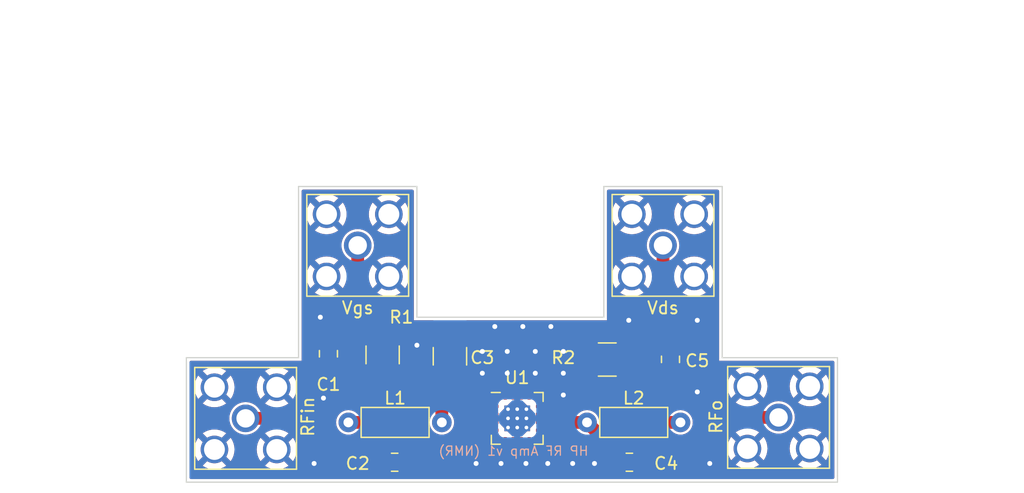
<source format=kicad_pcb>
(kicad_pcb (version 20211014) (generator pcbnew)
  (layers (0 "F.Cu" signal) (31 "B.Cu" signal) (34 "B.Paste" user) (35 "F.Paste" user) (36 "B.SilkS" user "B.Silkscreen") (37 "F.SilkS" user "F.Silkscreen") (38 "B.Mask" user) (39 "F.Mask" user) (44 "Edge.Cuts" user))
  (net 0 "")
  (net 1 "Net-(C1-Pad1)")
  (net 2 "GND")
  (net 3 "Net-(C2-Pad1)")
  (net 4 "Net-(C2-Pad2)")
  (net 5 "Net-(C3-Pad1)")
  (net 6 "Net-(C4-Pad1)")
  (net 7 "Net-(C4-Pad2)")
  (net 8 "Net-(C5-Pad1)")
  (net 9 "Net-(L2-Pad1)")
  (footprint "Capacitor_SMD:C_1210_3225Metric_Pad1.33x2.70mm_HandSolder" (layer "F.Cu") (at 149.7584 83.4521 90)
    (fp_text reference "C3" (at -0.1139 2.6416 180) (layer "F.SilkS"))
    (fp_text value "0.01uF")
    (fp_line (start -0.711252 -1.36) (end 0.711252 -1.36) (layer "F.SilkS") (width 0.12))
    (fp_line (start -0.711252 1.36) (end 0.711252 1.36) (layer "F.SilkS") (width 0.12))
    (pad "1" smd roundrect (at -1.5625 0 90) (size 1.325 2.7) (layers "F.Cu" "F.Paste" "F.Mask") (roundrect_rratio 0.1886792453) (net 5 "Net-(C3-Pad1)"))
    (pad "2" smd roundrect (at 1.5625 0 90) (size 1.325 2.7) (layers "F.Cu" "F.Paste" "F.Mask") (roundrect_rratio 0.1886792453) (net 2 "GND"))
  )
  (footprint "Connector_Coaxial:SMA_Amphenol_132203-12_Horizontal" (layer "F.Cu") (at 142.24 74.3996)
    (fp_text reference "Vgs" (at 0 5.1024 180) (layer "F.SilkS"))
    (fp_text value "Vgs")
    (fp_line (start 4.15 -4.15) (end 4.15 4.15) (layer "F.SilkS") (width 0.12))
    (fp_line (start -4.15 -4.15) (end -4.15 4.15) (layer "F.SilkS") (width 0.12))
    (fp_line (start -4.15 4.15) (end 4.15 4.15) (layer "F.SilkS") (width 0.12))
    (fp_line (start -4.15 -4.15) (end 4.15 -4.15) (layer "F.SilkS") (width 0.12))
    (pad "1" thru_hole circle (at 0 0) (size 2.25 2.25) (drill 1.5) (layers *.Cu *.Mask) (net 1 "Net-(C1-Pad1)"))
    (pad "2" thru_hole circle (at 2.54 2.54 90) (size 2.25 2.25) (drill 1.7) (layers *.Cu *.Mask) (net 2 "GND"))
    (pad "2" thru_hole circle (at -2.54 2.54) (size 2.25 2.25) (drill 1.7) (layers *.Cu *.Mask) (net 2 "GND"))
    (pad "2" thru_hole circle (at 2.54 -2.54) (size 2.25 2.25) (drill 1.7) (layers *.Cu *.Mask) (net 2 "GND"))
    (pad "2" thru_hole circle (at -2.54 -2.54) (size 2.25 2.25) (drill 1.7) (layers *.Cu *.Mask) (net 2 "GND"))
  )
  (footprint "Connector_Coaxial:SMA_Amphenol_132203-12_Horizontal" (layer "F.Cu") (at 167.132 74.3996)
    (fp_text reference "Vds" (at 0 5.1024 180) (layer "F.SilkS"))
    (fp_text value "Vds")
    (fp_line (start -4.15 4.15) (end 4.15 4.15) (layer "F.SilkS") (width 0.12))
    (fp_line (start -4.15 -4.15) (end -4.15 4.15) (layer "F.SilkS") (width 0.12))
    (fp_line (start -4.15 -4.15) (end 4.15 -4.15) (layer "F.SilkS") (width 0.12))
    (fp_line (start 4.15 -4.15) (end 4.15 4.15) (layer "F.SilkS") (width 0.12))
    (pad "1" thru_hole circle (at 0 0) (size 2.25 2.25) (drill 1.5) (layers *.Cu *.Mask) (net 8 "Net-(C5-Pad1)"))
    (pad "2" thru_hole circle (at 2.54 -2.54) (size 2.25 2.25) (drill 1.7) (layers *.Cu *.Mask) (net 2 "GND"))
    (pad "2" thru_hole circle (at -2.54 2.54) (size 2.25 2.25) (drill 1.7) (layers *.Cu *.Mask) (net 2 "GND"))
    (pad "2" thru_hole circle (at 2.54 2.54 90) (size 2.25 2.25) (drill 1.7) (layers *.Cu *.Mask) (net 2 "GND"))
    (pad "2" thru_hole circle (at -2.54 -2.54) (size 2.25 2.25) (drill 1.7) (layers *.Cu *.Mask) (net 2 "GND"))
  )
  (footprint "Capacitor_SMD:C_0805_2012Metric" (layer "F.Cu") (at 139.8524 83.246 -90)
    (fp_text reference "C1" (at 2.5044 0 180) (layer "F.SilkS"))
    (fp_text value "4.7uF")
    (fp_line (start -0.261252 -0.735) (end 0.261252 -0.735) (layer "F.SilkS") (width 0.12))
    (fp_line (start -0.261252 0.735) (end 0.261252 0.735) (layer "F.SilkS") (width 0.12))
    (pad "1" smd roundrect (at -0.95 0 270) (size 1 1.45) (layers "F.Cu" "F.Paste" "F.Mask") (net 1 "Net-(C1-Pad1)"))
    (pad "2" smd roundrect (at 0.95 0 270) (size 1 1.45) (layers "F.Cu" "F.Paste" "F.Mask") (net 2 "GND"))
  )
  (footprint "Capacitor_SMD:C_0805_2012Metric" (layer "F.Cu") (at 164.3888 92.1004 180)
    (fp_text reference "C4" (at -2.9972 -0.1016) (layer "F.SilkS"))
    (fp_text value "2400 pF")
    (fp_line (start -0.261252 -0.735) (end 0.261252 -0.735) (layer "F.SilkS") (width 0.12))
    (fp_line (start -0.261252 0.735) (end 0.261252 0.735) (layer "F.SilkS") (width 0.12))
    (pad "1" smd roundrect (at -0.95 0 180) (size 1 1.45) (layers "F.Cu" "F.Paste" "F.Mask") (net 6 "Net-(C4-Pad1)"))
    (pad "2" smd roundrect (at 0.95 0 180) (size 1 1.45) (layers "F.Cu" "F.Paste" "F.Mask") (net 7 "Net-(C4-Pad2)"))
  )
  (footprint "Resistor_SMD:R_1210_3225Metric_Pad1.30x2.65mm_HandSolder" (layer "F.Cu") (at 144.272 83.3368 -90)
    (fp_text reference "R1" (at -3.0728 -1.524 180) (layer "F.SilkS"))
    (fp_text value "50")
    (fp_line (start -0.723737 -1.355) (end 0.723737 -1.355) (layer "F.SilkS") (width 0.12))
    (fp_line (start -0.723737 1.355) (end 0.723737 1.355) (layer "F.SilkS") (width 0.12))
    (pad "1" smd roundrect (at -1.55 0 270) (size 1.3 2.65) (layers "F.Cu" "F.Paste" "F.Mask") (roundrect_rratio 0.1923076923) (net 1 "Net-(C1-Pad1)"))
    (pad "2" smd roundrect (at 1.55 0 270) (size 1.3 2.65) (layers "F.Cu" "F.Paste" "F.Mask") (roundrect_rratio 0.1923076923) (net 5 "Net-(C3-Pad1)"))
  )
  (footprint "Capacitor_SMD:C_0805_2012Metric" (layer "F.Cu") (at 167.7416 83.7032 -90)
    (fp_text reference "C5" (at 0.1168 -2.1844 180) (layer "F.SilkS"))
    (fp_text value "4.7 uF")
    (fp_line (start -0.261252 0.735) (end 0.261252 0.735) (layer "F.SilkS") (width 0.12))
    (fp_line (start -0.261252 -0.735) (end 0.261252 -0.735) (layer "F.SilkS") (width 0.12))
    (pad "1" smd roundrect (at -0.95 0 270) (size 1 1.45) (layers "F.Cu" "F.Paste" "F.Mask") (net 8 "Net-(C5-Pad1)"))
    (pad "2" smd roundrect (at 0.95 0 270) (size 1 1.45) (layers "F.Cu" "F.Paste" "F.Mask") (net 2 "GND"))
  )
  (footprint "Inductor_THT:L_Axial_L5.3mm_D2.2mm_P7.62mm_Horizontal_Vishay_IM-1" (layer "F.Cu") (at 168.5544 88.8492 180)
    (fp_text reference "L2" (at 3.81 1.9812) (layer "F.SilkS"))
    (fp_text value "0.9 uH")
    (fp_line (start 1.04 -1.22) (end 1.04 1.22) (layer "F.SilkS") (width 0.12))
    (fp_line (start 1.04 1.22) (end 6.58 1.22) (layer "F.SilkS") (width 0.12))
    (fp_line (start 6.58 -1.22) (end 1.04 -1.22) (layer "F.SilkS") (width 0.12))
    (fp_line (start 6.58 1.22) (end 6.58 -1.22) (layer "F.SilkS") (width 0.12))
    (pad "1" thru_hole circle (at 0 0 180) (size 1.6 1.6) (drill 0.8) (layers *.Cu *.Mask) (net 9 "Net-(L2-Pad1)"))
    (pad "2" thru_hole oval (at 7.62 0 180) (size 1.6 1.6) (drill 0.8) (layers *.Cu *.Mask) (net 7 "Net-(C4-Pad2)"))
  )
  (footprint "Resistor_SMD:R_1210_3225Metric_Pad1.30x2.65mm_HandSolder" (layer "F.Cu") (at 162.586 83.7184 180)
    (fp_text reference "R2" (at 3.582 0.1524) (layer "F.SilkS"))
    (fp_text value "0")
    (fp_line (start -0.723737 -1.355) (end 0.723737 -1.355) (layer "F.SilkS") (width 0.12))
    (fp_line (start -0.723737 1.355) (end 0.723737 1.355) (layer "F.SilkS") (width 0.12))
    (pad "1" smd roundrect (at -1.55 0 180) (size 1.3 2.65) (layers "F.Cu" "F.Paste" "F.Mask") (roundrect_rratio 0.1923076923) (net 8 "Net-(C5-Pad1)"))
    (pad "2" smd roundrect (at 1.55 0 180) (size 1.3 2.65) (layers "F.Cu" "F.Paste" "F.Mask") (roundrect_rratio 0.1923076923) (net 9 "Net-(L2-Pad1)"))
  )
  (footprint "Package_DFN_QFN:QFN-16-1EP_4x4mm_P0.65mm_EP2.1x2.1mm_ThermalVias" (layer "F.Cu") (at 155.2448 88.519)
    (fp_text reference "U1" (at 0 -3.32) (layer "F.SilkS"))
    (fp_text value "NPA1003")
    (fp_line (start 2.11 -2.11) (end 2.11 -1.385) (layer "F.SilkS") (width 0.12))
    (fp_line (start -2.11 2.11) (end -2.11 1.385) (layer "F.SilkS") (width 0.12))
    (fp_line (start 1.385 2.11) (end 2.11 2.11) (layer "F.SilkS") (width 0.12))
    (fp_line (start 2.11 2.11) (end 2.11 1.385) (layer "F.SilkS") (width 0.12))
    (fp_line (start -1.385 2.11) (end -2.11 2.11) (layer "F.SilkS") (width 0.12))
    (fp_line (start 1.385 -2.11) (end 2.11 -2.11) (layer "F.SilkS") (width 0.12))
    (fp_line (start -1.385 -2.11) (end -2.11 -2.11) (layer "F.SilkS") (width 0.12))
    (pad "1" smd roundrect (at -1.95 -0.975) (size 0.85 0.3) (layers "F.Cu" "F.Paste" "F.Mask"))
    (pad "2" smd roundrect (at -1.95 -0.325) (size 0.85 0.3) (layers "F.Cu" "F.Paste" "F.Mask") (net 4 "Net-(C2-Pad2)"))
    (pad "3" smd roundrect (at -1.95 0.325) (size 0.85 0.3) (layers "F.Cu" "F.Paste" "F.Mask") (net 4 "Net-(C2-Pad2)"))
    (pad "4" smd roundrect (at -1.95 0.975) (size 0.85 0.3) (layers "F.Cu" "F.Paste" "F.Mask"))
    (pad "5" smd roundrect (at -0.975 1.95) (size 0.3 0.85) (layers "F.Cu" "F.Paste" "F.Mask"))
    (pad "6" smd roundrect (at -0.325 1.95) (size 0.3 0.85) (layers "F.Cu" "F.Paste" "F.Mask"))
    (pad "7" smd roundrect (at 0.325 1.95) (size 0.3 0.85) (layers "F.Cu" "F.Paste" "F.Mask"))
    (pad "8" smd roundrect (at 0.975 1.95) (size 0.3 0.85) (layers "F.Cu" "F.Paste" "F.Mask"))
    (pad "9" smd roundrect (at 1.95 0.975) (size 0.85 0.3) (layers "F.Cu" "F.Paste" "F.Mask"))
    (pad "10" smd roundrect (at 1.95 0.325) (size 0.85 0.3) (layers "F.Cu" "F.Paste" "F.Mask") (net 7 "Net-(C4-Pad2)"))
    (pad "11" smd roundrect (at 1.95 -0.325) (size 0.85 0.3) (layers "F.Cu" "F.Paste" "F.Mask") (net 7 "Net-(C4-Pad2)"))
    (pad "12" smd roundrect (at 1.95 -0.975) (size 0.85 0.3) (layers "F.Cu" "F.Paste" "F.Mask"))
    (pad "13" smd roundrect (at 0.975 -1.95) (size 0.3 0.85) (layers "F.Cu" "F.Paste" "F.Mask"))
    (pad "14" smd roundrect (at 0.325 -1.95) (size 0.3 0.85) (layers "F.Cu" "F.Paste" "F.Mask"))
    (pad "15" smd roundrect (at -0.325 -1.95) (size 0.3 0.85) (layers "F.Cu" "F.Paste" "F.Mask"))
    (pad "16" smd roundrect (at -0.975 -1.95) (size 0.3 0.85) (layers "F.Cu" "F.Paste" "F.Mask"))
    (pad "17" thru_hole circle (at -0.75 -0.75) (size 0.6 0.6) (drill 0.3) (layers *.Cu) (net 2 "GND"))
    (pad "17" thru_hole circle (at 0.75 0) (size 0.6 0.6) (drill 0.3) (layers *.Cu) (net 2 "GND"))
    (pad "17" thru_hole circle (at -0.75 0) (size 0.6 0.6) (drill 0.3) (layers *.Cu) (net 2 "GND"))
    (pad "17" thru_hole circle (at 0 -0.75) (size 0.6 0.6) (drill 0.3) (layers *.Cu) (net 2 "GND"))
    (pad "17" smd rect (at 0 0) (size 2.1 2.1) (layers "F.Cu" "F.Mask") (net 2 "GND"))
    (pad "17" thru_hole circle (at 0 0) (size 0.6 0.6) (drill 0.3) (layers *.Cu) (net 2 "GND"))
    (pad "17" smd rect (at 0 0) (size 2.1 2.1) (layers "B.Cu") (net 2 "GND"))
    (pad "17" thru_hole circle (at -0.75 0.75) (size 0.6 0.6) (drill 0.3) (layers *.Cu) (net 2 "GND"))
    (pad "17" thru_hole circle (at 0 0.75) (size 0.6 0.6) (drill 0.3) (layers *.Cu) (net 2 "GND"))
    (pad "17" thru_hole circle (at 0.75 0.75) (size 0.6 0.6) (drill 0.3) (layers *.Cu) (net 2 "GND"))
    (pad "17" thru_hole circle (at 0.75 -0.75) (size 0.6 0.6) (drill 0.3) (layers *.Cu) (net 2 "GND"))
  )
  (footprint "Inductor_THT:L_Axial_L5.3mm_D2.2mm_P7.62mm_Horizontal_Vishay_IM-1" (layer "F.Cu") (at 149.098 88.8492 180)
    (fp_text reference "L1" (at 3.81 1.9812) (layer "F.SilkS"))
    (fp_text value "0.9 uH")
    (fp_line (start 1.04 1.22) (end 6.58 1.22) (layer "F.SilkS") (width 0.12))
    (fp_line (start 6.58 1.22) (end 6.58 -1.22) (layer "F.SilkS") (width 0.12))
    (fp_line (start 1.04 -1.22) (end 1.04 1.22) (layer "F.SilkS") (width 0.12))
    (fp_line (start 6.58 -1.22) (end 1.04 -1.22) (layer "F.SilkS") (width 0.12))
    (pad "1" thru_hole circle (at 0 0 180) (size 1.6 1.6) (drill 0.8) (layers *.Cu *.Mask) (net 5 "Net-(C3-Pad1)"))
    (pad "2" thru_hole oval (at 7.62 0 180) (size 1.6 1.6) (drill 0.8) (layers *.Cu *.Mask) (net 4 "Net-(C2-Pad2)"))
  )
  (footprint "Connector_Coaxial:SMA_Amphenol_132203-12_Horizontal" (layer "F.Cu") (at 176.5524 88.4428 -90)
    (fp_text reference "RFo" (at -0.0508 5.1024 90) (layer "F.SilkS"))
    (fp_text value "RFo")
    (fp_line (start 4.15 -4.15) (end 4.15 4.15) (layer "F.SilkS") (width 0.12))
    (fp_line (start -4.15 -4.15) (end -4.15 4.15) (layer "F.SilkS") (width 0.12))
    (fp_line (start -4.15 4.15) (end 4.15 4.15) (layer "F.SilkS") (width 0.12))
    (fp_line (start -4.15 -4.15) (end 4.15 -4.15) (layer "F.SilkS") (width 0.12))
    (pad "1" thru_hole circle (at 0 0 270) (size 2.25 2.25) (drill 1.5) (layers *.Cu *.Mask) (net 6 "Net-(C4-Pad1)"))
    (pad "2" thru_hole circle (at -2.54 2.54 270) (size 2.25 2.25) (drill 1.7) (layers *.Cu *.Mask) (net 2 "GND"))
    (pad "2" thru_hole circle (at -2.54 -2.54 270) (size 2.25 2.25) (drill 1.7) (layers *.Cu *.Mask) (net 2 "GND"))
    (pad "2" thru_hole circle (at 2.54 -2.54 270) (size 2.25 2.25) (drill 1.7) (layers *.Cu *.Mask) (net 2 "GND"))
    (pad "2" thru_hole circle (at 2.54 2.54) (size 2.25 2.25) (drill 1.7) (layers *.Cu *.Mask) (net 2 "GND"))
  )
  (footprint "Capacitor_SMD:C_0805_2012Metric" (layer "F.Cu") (at 145.2524 92.1004)
    (fp_text reference "C2" (at -3.0124 0.1016) (layer "F.SilkS"))
    (fp_text value "2400 pF")
    (fp_line (start -0.261252 0.735) (end 0.261252 0.735) (layer "F.SilkS") (width 0.12))
    (fp_line (start -0.261252 -0.735) (end 0.261252 -0.735) (layer "F.SilkS") (width 0.12))
    (pad "1" smd roundrect (at -0.95 0) (size 1 1.45) (layers "F.Cu" "F.Paste" "F.Mask") (net 3 "Net-(C2-Pad1)"))
    (pad "2" smd roundrect (at 0.95 0) (size 1 1.45) (layers "F.Cu" "F.Paste" "F.Mask") (net 4 "Net-(C2-Pad2)"))
  )
  (footprint "Connector_Coaxial:SMA_Amphenol_132203-12_Horizontal" (layer "F.Cu") (at 133.099 88.519 90)
    (fp_text reference "RFin" (at 0.127 5.077 90) (layer "F.SilkS"))
    (fp_text value "RFin")
    (fp_line (start -4.15 -4.15) (end 4.15 -4.15) (layer "F.SilkS") (width 0.12))
    (fp_line (start -4.15 -4.15) (end -4.15 4.15) (layer "F.SilkS") (width 0.12))
    (fp_line (start 4.15 -4.15) (end 4.15 4.15) (layer "F.SilkS") (width 0.12))
    (fp_line (start -4.15 4.15) (end 4.15 4.15) (layer "F.SilkS") (width 0.12))
    (pad "1" thru_hole circle (at 0 0 90) (size 2.25 2.25) (drill 1.5) (layers *.Cu *.Mask) (net 3 "Net-(C2-Pad1)"))
    (pad "2" thru_hole circle (at 2.54 2.54 180) (size 2.25 2.25) (drill 1.7) (layers *.Cu *.Mask) (net 2 "GND"))
    (pad "2" thru_hole circle (at -2.54 2.54 90) (size 2.25 2.25) (drill 1.7) (layers *.Cu *.Mask) (net 2 "GND"))
    (pad "2" thru_hole circle (at -2.54 -2.54 90) (size 2.25 2.25) (drill 1.7) (layers *.Cu *.Mask) (net 2 "GND"))
    (pad "2" thru_hole circle (at 2.54 -2.54 90) (size 2.25 2.25) (drill 1.7) (layers *.Cu *.Mask) (net 2 "GND"))
  )
  (gr_line (start 181.102 83.566) (end 181.356 83.566) (layer "Edge.Cuts") (width 0.1))
  (gr_line (start 181.356 83.566) (end 181.356 93.218) (layer "Edge.Cuts") (width 0.1))
  (gr_line (start 137.414 69.596) (end 147.066 69.596) (layer "Edge.Cuts") (width 0.1))
  (gr_line (start 137.414 83.566) (end 137.414 69.596) (layer "Edge.Cuts") (width 0.1))
  (gr_line (start 128.27 93.726) (end 128.27 83.566) (layer "Edge.Cuts") (width 0.1))
  (gr_line (start 171.958 83.566) (end 181.102 83.566) (layer "Edge.Cuts") (width 0.1))
  (gr_line (start 128.27 83.566) (end 137.414 83.566) (layer "Edge.Cuts") (width 0.1))
  (gr_line (start 147.066 80.264) (end 162.306 80.264) (layer "Edge.Cuts") (width 0.1))
  (gr_line (start 147.066 69.596) (end 147.066 80.264) (layer "Edge.Cuts") (width 0.1))
  (gr_line (start 171.958 69.596) (end 171.958 83.566) (layer "Edge.Cuts") (width 0.1))
  (gr_line (start 162.306 69.596) (end 171.958 69.596) (layer "Edge.Cuts") (width 0.1))
  (gr_line (start 181.356 93.726) (end 128.27 93.726) (layer "Edge.Cuts") (width 0.1))
  (gr_line (start 162.306 80.264) (end 162.306 69.596) (layer "Edge.Cuts") (width 0.1))
  (gr_line (start 181.356 93.218) (end 181.356 93.726) (layer "Edge.Cuts") (width 0.1))
  (gr_text "HP RF Amp v1 (NMR)" (at 154.94 91.186) (layer "B.SilkS") (effects (font (size 0.75 0.75) (thickness 0.1)) (justify mirror)))
  (segment (start 142.24 74.3996) (end 142.24 79.7548) (width 1.044) (layer "F.Cu") (net 1))
  (segment (start 142.24 79.7548) (end 144.272 81.7868) (width 1.044) (layer "F.Cu") (net 1))
  (segment (start 139.8524 82.296) (end 143.7628 82.296) (width 1.044) (layer "F.Cu") (net 1))
  (segment (start 143.7628 82.296) (end 144.272 81.7868) (width 1.044) (layer "F.Cu") (net 1))
  (via (at 159.004 83.058) (size 0.8) (drill 0.4) (layers "F.Cu" "B.Cu") (net 2))
  (via (at 157.734 92.202) (size 0.8) (drill 0.4) (layers "F.Cu" "B.Cu") (net 2))
  (via (at 139.192 80.264) (size 0.8) (drill 0.4) (layers "F.Cu" "B.Cu") (net 2))
  (via (at 147.066 82.55) (size 0.8) (drill 0.4) (layers "F.Cu" "B.Cu") (net 2))
  (via (at 157.988 81.026) (size 0.8) (drill 0.4) (layers "F.Cu" "B.Cu") (net 2))
  (via (at 153.924 92.202) (size 0.8) (drill 0.4) (layers "F.Cu" "B.Cu") (net 2))
  (via (at 169.926 86.36) (size 0.8) (drill 0.4) (layers "F.Cu" "B.Cu") (net 2))
  (via (at 164.338 80.518) (size 0.8) (drill 0.4) (layers "F.Cu" "B.Cu") (net 2))
  (via (at 170.942 92.202) (size 0.8) (drill 0.4) (layers "F.Cu" "B.Cu") (net 2))
  (via (at 161.544 92.202) (size 0.8) (drill 0.4) (layers "F.Cu" "B.Cu") (net 2))
  (via (at 169.926 80.518) (size 0.8) (drill 0.4) (layers "F.Cu" "B.Cu") (net 2))
  (via (at 159.004 84.836) (size 0.8) (drill 0.4) (layers "F.Cu" "B.Cu") (net 2))
  (via (at 156.718 84.836) (size 0.8) (drill 0.4) (layers "F.Cu" "B.Cu") (net 2))
  (via (at 154.432 84.836) (size 0.8) (drill 0.4) (layers "F.Cu" "B.Cu") (net 2))
  (via (at 155.956 92.202) (size 0.8) (drill 0.4) (layers "F.Cu" "B.Cu") (net 2))
  (via (at 152.4 83.058) (size 0.8) (drill 0.4) (layers "F.Cu" "B.Cu") (net 2))
  (via (at 153.416 81.026) (size 0.8) (drill 0.4) (layers "F.Cu" "B.Cu") (net 2))
  (via (at 159.004 86.614) (size 0.8) (drill 0.4) (layers "F.Cu" "B.Cu") (net 2))
  (via (at 154.432 83.058) (size 0.8) (drill 0.4) (layers "F.Cu" "B.Cu") (net 2))
  (via (at 152.4 84.836) (size 0.8) (drill 0.4) (layers "F.Cu" "B.Cu") (net 2))
  (via (at 155.702 81.026) (size 0.8) (drill 0.4) (layers "F.Cu" "B.Cu") (net 2))
  (via (at 159.766 92.202) (size 0.8) (drill 0.4) (layers "F.Cu" "B.Cu") (net 2))
  (via (at 139.446 86.868) (size 0.8) (drill 0.4) (layers "F.Cu" "B.Cu") (net 2))
  (via (at 138.684 92.202) (size 0.8) (drill 0.4) (layers "F.Cu" "B.Cu") (net 2))
  (via (at 156.718 83.058) (size 0.8) (drill 0.4) (layers "F.Cu" "B.Cu") (net 2))
  (via (at 151.892 92.202) (size 0.8) (drill 0.4) (layers "F.Cu" "B.Cu") (net 2))
  (segment (start 140.9192 92.1004) (end 144.3024 92.1004) (width 1.044) (layer "F.Cu") (net 3))
  (segment (start 133.099 88.519) (end 137.3378 88.519) (width 1.044) (layer "F.Cu") (net 3))
  (segment (start 137.3378 88.519) (end 140.9192 92.1004) (width 1.044) (layer "F.Cu") (net 3))
  (segment (start 153.2948 88.194) (end 152.0392 88.194) (width 0.25) (layer "F.Cu") (net 4))
  (segment (start 146.2024 90.3732) (end 146.2024 92.1004) (width 1.044) (layer "F.Cu") (net 4))
  (segment (start 152.2932 88.844) (end 151.8412 88.392) (width 0.25) (layer "F.Cu") (net 4))
  (segment (start 148.5392 92.1004) (end 148.7932 92.1004) (width 1.044) (layer "F.Cu") (net 4))
  (segment (start 141.478 88.8492) (end 144.6784 88.8492) (width 1.044) (layer "F.Cu") (net 4))
  (segment (start 148.7932 92.1004) (end 151.8412 89.0524) (width 1.044) (layer "F.Cu") (net 4))
  (segment (start 153.2948 88.844) (end 152.2932 88.844) (width 0.25) (layer "F.Cu") (net 4))
  (segment (start 146.2024 92.1004) (end 148.5392 92.1004) (width 1.044) (layer "F.Cu") (net 4))
  (segment (start 151.8412 89.0524) (end 151.8412 88.392) (width 1.044) (layer "F.Cu") (net 4))
  (segment (start 152.0392 88.194) (end 151.8412 88.392) (width 0.25) (layer "F.Cu") (net 4))
  (segment (start 144.6784 88.8492) (end 146.2024 90.3732) (width 1.044) (layer "F.Cu") (net 4))
  (segment (start 149.098 88.8492) (end 149.098 85.675) (width 1.044) (layer "F.Cu") (net 5))
  (segment (start 144.3998 85.0146) (end 144.272 84.8868) (width 1.044) (layer "F.Cu") (net 5))
  (segment (start 149.7584 85.0146) (end 144.3998 85.0146) (width 1.044) (layer "F.Cu") (net 5))
  (segment (start 149.098 85.675) (end 149.7584 85.0146) (width 1.044) (layer "F.Cu") (net 5))
  (segment (start 172.4152 88.4428) (end 176.5524 88.4428) (width 1.044) (layer "F.Cu") (net 6))
  (segment (start 165.3388 92.1004) (end 168.7576 92.1004) (width 1.044) (layer "F.Cu") (net 6))
  (segment (start 168.7576 92.1004) (end 172.4152 88.4428) (width 1.044) (layer "F.Cu") (net 6))
  (segment (start 158.9024 88.8492) (end 158.5976 88.5444) (width 1.044) (layer "F.Cu") (net 7))
  (segment (start 163.4388 91.3536) (end 160.9344 88.8492) (width 1.044) (layer "F.Cu") (net 7))
  (segment (start 157.1948 88.194) (end 158.2472 88.194) (width 0.25) (layer "F.Cu") (net 7))
  (segment (start 160.9344 88.8492) (end 158.9024 88.8492) (width 1.044) (layer "F.Cu") (net 7))
  (segment (start 158.2472 88.194) (end 158.5976 88.5444) (width 0.25) (layer "F.Cu") (net 7))
  (segment (start 163.4388 92.1004) (end 163.4388 91.3536) (width 1.044) (layer "F.Cu") (net 7))
  (segment (start 158.298 88.844) (end 158.5976 88.5444) (width 0.25) (layer "F.Cu") (net 7))
  (segment (start 157.1948 88.844) (end 158.298 88.844) (width 0.25) (layer "F.Cu") (net 7))
  (segment (start 164.136 83.7184) (end 165.1012 82.7532) (width 1.044) (layer "F.Cu") (net 8))
  (segment (start 167.132 74.3996) (end 167.132 82.1436) (width 1.044) (layer "F.Cu") (net 8))
  (segment (start 167.132 82.1436) (end 167.7416 82.7532) (width 1.044) (layer "F.Cu") (net 8))
  (segment (start 165.1012 82.7532) (end 167.7416 82.7532) (width 1.044) (layer "F.Cu") (net 8))
  (segment (start 168.5544 88.8492) (end 166.1668 88.8492) (width 1.044) (layer "F.Cu") (net 9))
  (segment (start 166.1668 88.8492) (end 161.036 83.7184) (width 1.044) (layer "F.Cu") (net 9))
  (zone (net 2) (net_name "GND") (layer "F.Cu") (connect_pads (clearance 0)) (min_thickness 0.254) (fill yes (thermal_gap 0.508) (thermal_bridge_width 0.508))
    (polygon (pts (xy 146.812 80.518) (xy 162.56 80.518) (xy 162.56 69.85) (xy 171.704 69.85) (xy 171.704 83.82) (xy 181.102 83.82) (xy 181.102 93.472) (xy 128.524 93.472) (xy 128.524 83.82) (xy 137.668 83.82) (xy 137.668 69.85) (xy 146.812 69.85)))
  )
  (zone (net 2) (net_name "GND") (layer "B.Cu") (connect_pads (clearance 0)) (min_thickness 0.254) (fill yes (thermal_gap 0.508) (thermal_bridge_width 0.508))
    (polygon (pts (xy 146.812 80.518) (xy 162.56 80.518) (xy 162.56 69.85) (xy 171.704 69.85) (xy 171.704 83.82) (xy 181.102 83.82) (xy 181.102 93.472) (xy 128.524 93.472) (xy 128.524 83.82) (xy 137.668 83.82) (xy 137.668 69.85) (xy 146.812 69.85)))
  )
)
</source>
